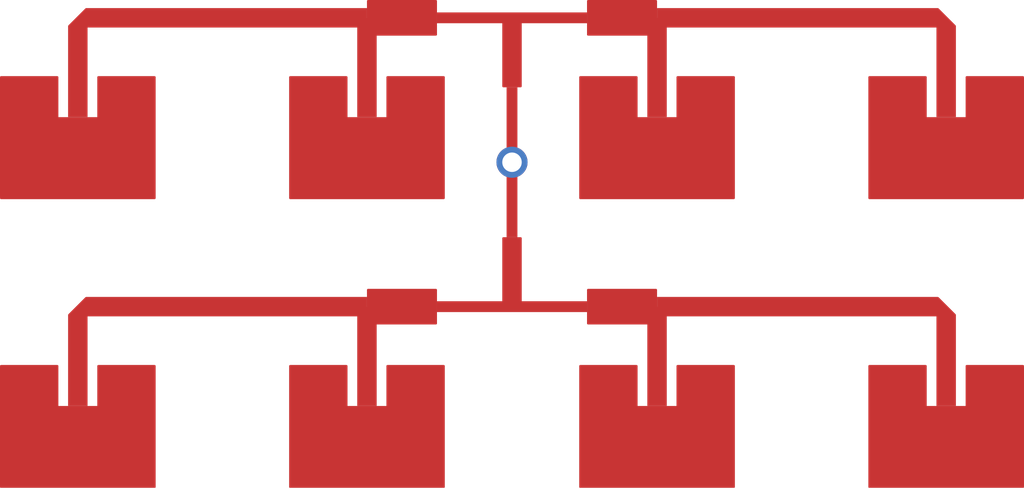
<source format=kicad_pcb>
(kicad_pcb (version 20221018) (generator pcbnew)
  (layers (0 "F.Cu" signal) (31 "B.Cu" signal) (44 "Edge.Cuts" user))
  (net 0 "")
  (net 1 "Antennas")
  (footprint "X0" (layer "F.Cu") (at 0 0)
    (fp_text reference "" (at 0 0) (layer "F.SilkS") (effects (font (size 1.27 1.27))))
    (fp_text value "" (at 0 0) (layer "F.SilkS") (effects (font (size 1.27 1.27))))
    (pad "1" thru_hole circle (at 0 0) (size 0.8 0.8) (drill 0.5) (layers "F.Cu") (net 1 "Antennas"))
  )
  (zone (net 1) (net_name "Antennas") (layer "F.Cu") (connect_pads (clearance 0.3)) (min_thickness 0.05) (fill yes (thermal_gap 0.3) (thermal_bridge_width 0.25))
    (polygon (pts (xy -1.9278 3.2565) (xy -3.7273 3.2565) (xy -3.7273 4.1735) (xy -1.9278 4.1735)))
  )
  (zone (net 1) (net_name "Antennas") (layer "F.Cu") (connect_pads (clearance 0.3)) (min_thickness 0.05) (fill yes (thermal_gap 0.3) (thermal_bridge_width 0.25))
    (polygon (pts (xy 1.7272 5.215) (xy 1.7272 8.38) (xy 5.7272 8.38) (xy 5.7272 5.215) (xy 4.2272 5.215) (xy 4.2272 6.27) (xy 3.2273 6.27) (xy 3.2273 5.215)))
  )
  (zone (net 1) (net_name "Antennas") (layer "F.Cu") (connect_pads (clearance 0.3)) (min_thickness 0.05) (fill yes (thermal_gap 0.3) (thermal_bridge_width 0.25))
    (polygon (pts (xy 9.1573 -2.215) (xy 9.1573 0.95) (xy 13.1573 0.95) (xy 13.1573 -2.215) (xy 11.6573 -2.215) (xy 11.6573 -1.16) (xy 10.6572 -1.16) (xy 10.6572 -2.215)))
  )
  (zone (net 1) (net_name "Antennas") (layer "F.Cu") (connect_pads (clearance 0.3)) (min_thickness 0.05) (fill yes (thermal_gap 0.3) (thermal_bridge_width 0.25))
    (polygon (pts (xy -3.4773 -3.715) (xy -3.4773 -1.16) (xy -3.9772 -1.16) (xy -3.9772 -3.715)))
  )
  (zone (net 1) (net_name "Antennas") (layer "F.Cu") (connect_pads (clearance 0.3)) (min_thickness 0.05) (fill yes (thermal_gap 0.3) (thermal_bridge_width 0.25))
    (polygon (pts (xy 0.139 0) (xy 0.139 1.9278) (xy -0.139 1.9278) (xy -0.139 0)))
  )
  (zone (net 1) (net_name "Antennas") (layer "F.Cu") (connect_pads (clearance 0.3)) (min_thickness 0.05) (fill yes (thermal_gap 0.3) (thermal_bridge_width 0.25))
    (polygon (pts (xy 0.25 1.9278) (xy 0.25 3.715) (xy -0.25 3.715) (xy -0.25 1.9278)))
  )
  (zone (net 1) (net_name "Antennas") (layer "F.Cu") (connect_pads (clearance 0.3)) (min_thickness 0.05) (fill yes (thermal_gap 0.3) (thermal_bridge_width 0.25))
    (polygon (pts (xy -3.4773 3.715) (xy -3.4773 6.27) (xy -3.9772 6.27) (xy -3.9772 3.715)))
  )
  (zone (net 1) (net_name "Antennas") (layer "F.Cu") (connect_pads (clearance 0.3)) (min_thickness 0.05) (fill yes (thermal_gap 0.3) (thermal_bridge_width 0.25))
    (polygon (pts (xy 3.7273 -3.465) (xy 10.9072 -3.465) (xy 10.9072 -1.16) (xy 11.4073 -1.16) (xy 11.4073 -3.5125) (xy 10.9548 -3.965) (xy 3.7273 -3.965)))
  )
  (zone (net 1) (net_name "Antennas") (layer "F.Cu") (connect_pads (clearance 0.3)) (min_thickness 0.05) (fill yes (thermal_gap 0.3) (thermal_bridge_width 0.25))
    (polygon (pts (xy 0 3.576) (xy -1.9278 3.576) (xy -1.9278 3.854) (xy 0 3.854)))
  )
  (zone (net 1) (net_name "Antennas") (layer "F.Cu") (connect_pads (clearance 0.3)) (min_thickness 0.05) (fill yes (thermal_gap 0.3) (thermal_bridge_width 0.25))
    (polygon (pts (xy -0.25 -1.9278) (xy -0.25 -3.715) (xy 0.25 -3.715) (xy 0.25 -1.9278)))
  )
  (zone (net 1) (net_name "Antennas") (layer "F.Cu") (connect_pads (clearance 0.3)) (min_thickness 0.05) (fill yes (thermal_gap 0.3) (thermal_bridge_width 0.25))
    (polygon (pts (xy -3.7273 -3.965) (xy -10.9548 -3.965) (xy -11.4073 -3.5125) (xy -11.4073 -1.16) (xy -10.9072 -1.16) (xy -10.9072 -3.465) (xy -3.7273 -3.465)))
  )
  (zone (net 1) (net_name "Antennas") (layer "F.Cu") (connect_pads (clearance 0.3)) (min_thickness 0.05) (fill yes (thermal_gap 0.3) (thermal_bridge_width 0.25))
    (polygon (pts (xy -13.1573 5.215) (xy -13.1573 8.38) (xy -9.1573 8.38) (xy -9.1573 5.215) (xy -10.6572 5.215) (xy -10.6572 6.27) (xy -11.6573 6.27) (xy -11.6573 5.215)))
  )
  (zone (net 1) (net_name "Antennas") (layer "F.Cu") (connect_pads (clearance 0.3)) (min_thickness 0.05) (fill yes (thermal_gap 0.3) (thermal_bridge_width 0.25))
    (polygon (pts (xy -1.9278 -4.1735) (xy -3.7273 -4.1735) (xy -3.7273 -3.2565) (xy -1.9278 -3.2565)))
  )
  (zone (net 1) (net_name "Antennas") (layer "F.Cu") (connect_pads (clearance 0.3)) (min_thickness 0.05) (fill yes (thermal_gap 0.3) (thermal_bridge_width 0.25))
    (polygon (pts (xy -13.1573 -2.215) (xy -13.1573 0.95) (xy -9.1573 0.95) (xy -9.1573 -2.215) (xy -10.6572 -2.215) (xy -10.6572 -1.16) (xy -11.6573 -1.16) (xy -11.6573 -2.215)))
  )
  (zone (net 1) (net_name "Antennas") (layer "F.Cu") (connect_pads (clearance 0.3)) (min_thickness 0.05) (fill yes (thermal_gap 0.3) (thermal_bridge_width 0.25))
    (polygon (pts (xy 3.7273 3.965) (xy 10.9072 3.965) (xy 10.9072 6.27) (xy 11.4073 6.27) (xy 11.4073 3.9175) (xy 10.9548 3.465) (xy 3.7273 3.465)))
  )
  (zone (net 1) (net_name "Antennas") (layer "F.Cu") (connect_pads (clearance 0.3)) (min_thickness 0.05) (fill yes (thermal_gap 0.3) (thermal_bridge_width 0.25))
    (polygon (pts (xy -5.7272 -2.215) (xy -5.7272 0.95) (xy -1.7272 0.95) (xy -1.7272 -2.215) (xy -3.2273 -2.215) (xy -3.2273 -1.16) (xy -4.2272 -1.16) (xy -4.2272 -2.215)))
  )
  (zone (net 1) (net_name "Antennas") (layer "F.Cu") (connect_pads (clearance 0.3)) (min_thickness 0.05) (fill yes (thermal_gap 0.3) (thermal_bridge_width 0.25))
    (polygon (pts (xy 3.9772 -3.715) (xy 3.9772 -1.16) (xy 3.4773 -1.16) (xy 3.4773 -3.715)))
  )
  (zone (net 1) (net_name "Antennas") (layer "F.Cu") (connect_pads (clearance 0.3)) (min_thickness 0.05) (fill yes (thermal_gap 0.3) (thermal_bridge_width 0.25))
    (polygon (pts (xy 0 -3.576) (xy 1.9278 -3.576) (xy 1.9278 -3.854) (xy 0 -3.854)))
  )
  (zone (net 1) (net_name "Antennas") (layer "F.Cu") (connect_pads (clearance 0.3)) (min_thickness 0.05) (fill yes (thermal_gap 0.3) (thermal_bridge_width 0.25))
    (polygon (pts (xy 1.9278 -3.2565) (xy 3.7273 -3.2565) (xy 3.7273 -4.1735) (xy 1.9278 -4.1735)))
  )
  (zone (net 1) (net_name "Antennas") (layer "F.Cu") (connect_pads (clearance 0.3)) (min_thickness 0.05) (fill yes (thermal_gap 0.3) (thermal_bridge_width 0.25))
    (polygon (pts (xy 0 -3.854) (xy -1.9278 -3.854) (xy -1.9278 -3.576) (xy 0 -3.576)))
  )
  (zone (net 1) (net_name "Antennas") (layer "F.Cu") (connect_pads (clearance 0.3)) (min_thickness 0.05) (fill yes (thermal_gap 0.3) (thermal_bridge_width 0.25))
    (polygon (pts (xy 3.9772 3.715) (xy 3.9772 6.27) (xy 3.4773 6.27) (xy 3.4773 3.715)))
  )
  (zone (net 1) (net_name "Antennas") (layer "F.Cu") (connect_pads (clearance 0.3)) (min_thickness 0.05) (fill yes (thermal_gap 0.3) (thermal_bridge_width 0.25))
    (polygon (pts (xy -5.7272 5.215) (xy -5.7272 8.38) (xy -1.7272 8.38) (xy -1.7272 5.215) (xy -3.2273 5.215) (xy -3.2273 6.27) (xy -4.2272 6.27) (xy -4.2272 5.215)))
  )
  (zone (net 1) (net_name "Antennas") (layer "F.Cu") (connect_pads (clearance 0.3)) (min_thickness 0.05) (fill yes (thermal_gap 0.3) (thermal_bridge_width 0.25))
    (polygon (pts (xy 1.9278 4.1735) (xy 3.7273 4.1735) (xy 3.7273 3.2565) (xy 1.9278 3.2565)))
  )
  (zone (net 1) (net_name "Antennas") (layer "F.Cu") (connect_pads (clearance 0.3)) (min_thickness 0.05) (fill yes (thermal_gap 0.3) (thermal_bridge_width 0.25))
    (polygon (pts (xy 0 3.854) (xy 1.9278 3.854) (xy 1.9278 3.576) (xy 0 3.576)))
  )
  (zone (net 1) (net_name "Antennas") (layer "F.Cu") (connect_pads (clearance 0.3)) (min_thickness 0.05) (fill yes (thermal_gap 0.3) (thermal_bridge_width 0.25))
    (polygon (pts (xy 9.1573 5.215) (xy 9.1573 8.38) (xy 13.1573 8.38) (xy 13.1573 5.215) (xy 11.6573 5.215) (xy 11.6573 6.27) (xy 10.6572 6.27) (xy 10.6572 5.215)))
  )
  (zone (net 1) (net_name "Antennas") (layer "F.Cu") (connect_pads (clearance 0.3)) (min_thickness 0.05) (fill yes (thermal_gap 0.3) (thermal_bridge_width 0.25))
    (polygon (pts (xy -0.139 0) (xy -0.139 -1.9278) (xy 0.139 -1.9278) (xy 0.139 0)))
  )
  (zone (net 1) (net_name "Antennas") (layer "F.Cu") (connect_pads (clearance 0.3)) (min_thickness 0.05) (fill yes (thermal_gap 0.3) (thermal_bridge_width 0.25))
    (polygon (pts (xy -3.7273 3.465) (xy -10.9548 3.465) (xy -11.4073 3.9175) (xy -11.4073 6.27) (xy -10.9072 6.27) (xy -10.9072 3.965) (xy -3.7273 3.965)))
  )
  (zone (net 1) (net_name "Antennas") (layer "F.Cu") (connect_pads (clearance 0.3)) (min_thickness 0.05) (fill yes (thermal_gap 0.3) (thermal_bridge_width 0.25))
    (polygon (pts (xy 1.7272 -2.215) (xy 1.7272 0.95) (xy 5.7272 0.95) (xy 5.7272 -2.215) (xy 4.2272 -2.215) (xy 4.2272 -1.16) (xy 3.2273 -1.16) (xy 3.2273 -2.215)))
  )
)
</source>
